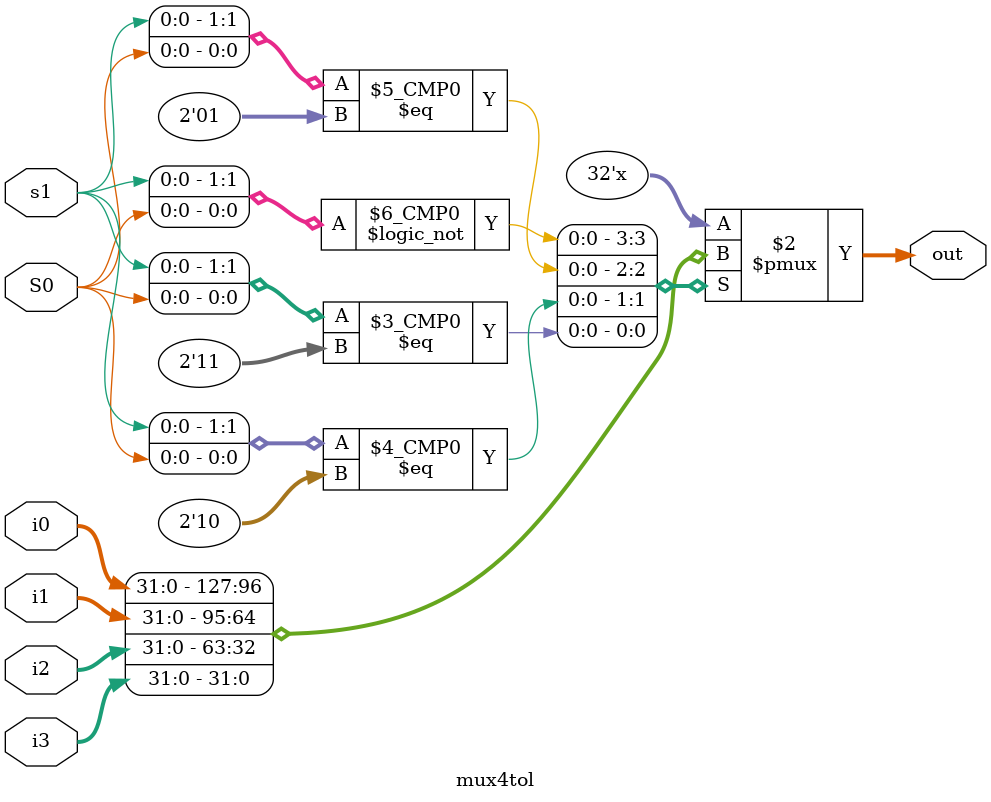
<source format=v>
`timescale 1ns / 1ps
module mux4tol(out, i0, i1, i2, i3, s1, S0);   
input[31:0] i0, i1, i2, i3;   
input s1, S0;   
output[31:0] out;  
reg[31:0] out; 
always @(s1 or S0 or i0 or i1 or i2 or i3)  
case ({s1, S0})   
2'b00 : out = i0;  
2'b01 : out = i1;  
2'b10 : out = i2;   
2'b11 : out = i3;   
default: $display("Invalid control signals");
endcase  
endmodule 
</source>
